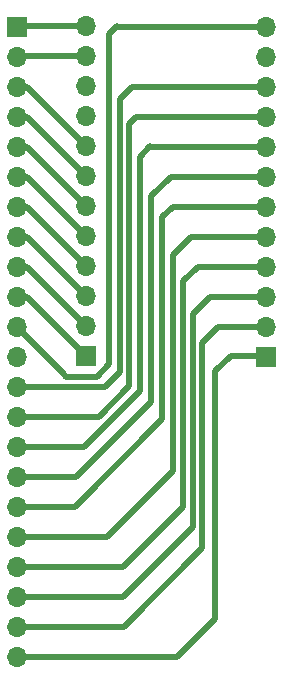
<source format=gbr>
%TF.GenerationSoftware,KiCad,Pcbnew,8.0.6*%
%TF.CreationDate,2024-11-07T13:50:09-03:00*%
%TF.ProjectId,fritzen-pro-micro,66726974-7a65-46e2-9d70-726f2d6d6963,rev?*%
%TF.SameCoordinates,Original*%
%TF.FileFunction,Copper,L1,Top*%
%TF.FilePolarity,Positive*%
%FSLAX46Y46*%
G04 Gerber Fmt 4.6, Leading zero omitted, Abs format (unit mm)*
G04 Created by KiCad (PCBNEW 8.0.6) date 2024-11-07 13:50:09*
%MOMM*%
%LPD*%
G01*
G04 APERTURE LIST*
%TA.AperFunction,ComponentPad*%
%ADD10R,1.700000X1.700000*%
%TD*%
%TA.AperFunction,ComponentPad*%
%ADD11O,1.700000X1.700000*%
%TD*%
%TA.AperFunction,Conductor*%
%ADD12C,0.500000*%
%TD*%
G04 APERTURE END LIST*
D10*
%TO.P,J1,1,Pin_1*%
%TO.N,D9-A8*%
X55800000Y-62160000D03*
D11*
%TO.P,J1,2,Pin_2*%
%TO.N,D8*%
X55800000Y-59620000D03*
%TO.P,J1,3,Pin_3*%
%TO.N,D7*%
X55800000Y-57080000D03*
%TO.P,J1,4,Pin_4*%
%TO.N,D6-A7*%
X55800000Y-54540000D03*
%TO.P,J1,5,Pin_5*%
%TO.N,D5*%
X55800000Y-52000000D03*
%TO.P,J1,6,Pin_6*%
%TO.N,D4-A6*%
X55800000Y-49460000D03*
%TO.P,J1,7,Pin_7*%
%TO.N,D3*%
X55800000Y-46920000D03*
%TO.P,J1,8,Pin_8*%
%TO.N,D2*%
X55800000Y-44380000D03*
%TO.P,J1,9,Pin_9*%
%TO.N,GND*%
X55800000Y-41840000D03*
%TO.P,J1,10,Pin_10*%
X55800000Y-39300000D03*
%TO.P,J1,11,Pin_11*%
%TO.N,D0-RXI*%
X55800000Y-36760000D03*
%TO.P,J1,12,Pin_12*%
%TO.N,D1-TXO*%
X55800000Y-34220000D03*
%TD*%
D10*
%TO.P,J2,1,Pin_1*%
%TO.N,D10*%
X71000000Y-62200000D03*
D11*
%TO.P,J2,2,Pin_2*%
%TO.N,D16-MOSI*%
X71000000Y-59660000D03*
%TO.P,J2,3,Pin_3*%
%TO.N,D14-MISO*%
X71000000Y-57120000D03*
%TO.P,J2,4,Pin_4*%
%TO.N,D15-SCK*%
X71000000Y-54580000D03*
%TO.P,J2,5,Pin_5*%
%TO.N,A0*%
X71000000Y-52040000D03*
%TO.P,J2,6,Pin_6*%
%TO.N,A1*%
X71000000Y-49500000D03*
%TO.P,J2,7,Pin_7*%
%TO.N,A2*%
X71000000Y-46960000D03*
%TO.P,J2,8,Pin_8*%
%TO.N,A3*%
X71000000Y-44420000D03*
%TO.P,J2,9,Pin_9*%
%TO.N,5V*%
X71000000Y-41880000D03*
%TO.P,J2,10,Pin_10*%
%TO.N,RESET*%
X71000000Y-39340000D03*
%TO.P,J2,11,Pin_11*%
%TO.N,GND*%
X71000000Y-36800000D03*
%TO.P,J2,12,Pin_12*%
%TO.N,VIN*%
X71000000Y-34260000D03*
%TD*%
D10*
%TO.P,J3,1,Pin_1*%
%TO.N,D1-TXO*%
X49900000Y-34260000D03*
D11*
%TO.P,J3,2,Pin_2*%
%TO.N,D0-RXI*%
X49900000Y-36800000D03*
%TO.P,J3,3,Pin_3*%
%TO.N,D2*%
X49900000Y-39340000D03*
%TO.P,J3,4,Pin_4*%
%TO.N,D3*%
X49900000Y-41880000D03*
%TO.P,J3,5,Pin_5*%
%TO.N,D4-A6*%
X49900000Y-44420000D03*
%TO.P,J3,6,Pin_6*%
%TO.N,D5*%
X49900000Y-46960000D03*
%TO.P,J3,7,Pin_7*%
%TO.N,D6-A7*%
X49900000Y-49500000D03*
%TO.P,J3,8,Pin_8*%
%TO.N,D7*%
X49900000Y-52040000D03*
%TO.P,J3,9,Pin_9*%
%TO.N,D8*%
X49900000Y-54580000D03*
%TO.P,J3,10,Pin_10*%
%TO.N,D9-A8*%
X49900000Y-57120000D03*
%TO.P,J3,11,Pin_11*%
%TO.N,VIN*%
X49900000Y-59660000D03*
%TO.P,J3,12,Pin_12*%
%TO.N,GND*%
X49900000Y-62200000D03*
%TO.P,J3,13,Pin_13*%
%TO.N,RESET*%
X49900000Y-64740000D03*
%TO.P,J3,14,Pin_14*%
%TO.N,5V*%
X49900000Y-67280000D03*
%TO.P,J3,15,Pin_15*%
%TO.N,A3*%
X49900000Y-69820000D03*
%TO.P,J3,16,Pin_16*%
%TO.N,A2*%
X49900000Y-72360000D03*
%TO.P,J3,17,Pin_17*%
%TO.N,A1*%
X49900000Y-74900000D03*
%TO.P,J3,18,Pin_18*%
%TO.N,A0*%
X49900000Y-77440000D03*
%TO.P,J3,19,Pin_19*%
%TO.N,D15-SCK*%
X49900000Y-79980000D03*
%TO.P,J3,20,Pin_20*%
%TO.N,D14-MISO*%
X49900000Y-82520000D03*
%TO.P,J3,21,Pin_21*%
%TO.N,D16-MOSI*%
X49900000Y-85060000D03*
%TO.P,J3,22,Pin_22*%
%TO.N,D10*%
X49900000Y-87600000D03*
%TD*%
D12*
%TO.N,D6-A7*%
X50760000Y-49500000D02*
X49900000Y-49500000D01*
X55800000Y-54540000D02*
X50760000Y-49500000D01*
%TO.N,D9-A8*%
X50760000Y-57120000D02*
X49900000Y-57120000D01*
X55800000Y-62160000D02*
X50760000Y-57120000D01*
%TO.N,D1-TXO*%
X49940000Y-34220000D02*
X49900000Y-34260000D01*
X55800000Y-34220000D02*
X49940000Y-34220000D01*
%TO.N,D4-A6*%
X55800000Y-49460000D02*
X50760000Y-44420000D01*
X50760000Y-44420000D02*
X49900000Y-44420000D01*
%TO.N,D2*%
X55800000Y-44380000D02*
X50760000Y-39340000D01*
X50760000Y-39340000D02*
X49900000Y-39340000D01*
%TO.N,D0-RXI*%
X49940000Y-36760000D02*
X49900000Y-36800000D01*
X55800000Y-36760000D02*
X49940000Y-36760000D01*
%TO.N,D8*%
X55800000Y-59620000D02*
X50760000Y-54580000D01*
X50760000Y-54580000D02*
X49900000Y-54580000D01*
%TO.N,D5*%
X50760000Y-46960000D02*
X49900000Y-46960000D01*
X55800000Y-52000000D02*
X50760000Y-46960000D01*
%TO.N,D3*%
X55800000Y-46920000D02*
X50760000Y-41880000D01*
X50760000Y-41880000D02*
X49900000Y-41880000D01*
%TO.N,D7*%
X55800000Y-57080000D02*
X50760000Y-52040000D01*
X50760000Y-52040000D02*
X49900000Y-52040000D01*
%TO.N,A3*%
X60300000Y-65100000D02*
X55580000Y-69820000D01*
X60300000Y-45300000D02*
X60300000Y-65100000D01*
X55580000Y-69820000D02*
X49900000Y-69820000D01*
X61220000Y-44420000D02*
X61200000Y-44400000D01*
X61200000Y-44400000D02*
X60300000Y-45300000D01*
X71000000Y-44420000D02*
X61220000Y-44420000D01*
%TO.N,D15-SCK*%
X71000000Y-54580000D02*
X65220000Y-54580000D01*
X58920000Y-79980000D02*
X49900000Y-79980000D01*
X65220000Y-54580000D02*
X64000000Y-55800000D01*
X64000000Y-74900000D02*
X58920000Y-79980000D01*
X64000000Y-55800000D02*
X64000000Y-74900000D01*
%TO.N,D16-MOSI*%
X66940000Y-59660000D02*
X65600000Y-61000000D01*
X58940000Y-85060000D02*
X49900000Y-85060000D01*
X65600000Y-61000000D02*
X65600000Y-78400000D01*
X65600000Y-78400000D02*
X58940000Y-85060000D01*
X71000000Y-59660000D02*
X66940000Y-59660000D01*
%TO.N,A0*%
X71000000Y-52040000D02*
X64660000Y-52040000D01*
X63100000Y-71900000D02*
X57560000Y-77440000D01*
X64660000Y-52040000D02*
X63100000Y-53600000D01*
X57560000Y-77440000D02*
X49900000Y-77440000D01*
X63100000Y-53600000D02*
X63100000Y-71900000D01*
%TO.N,A1*%
X54800000Y-74900000D02*
X49900000Y-74900000D01*
X62200000Y-67500000D02*
X54800000Y-74900000D01*
X63100000Y-49500000D02*
X62200000Y-50400000D01*
X62200000Y-50400000D02*
X62200000Y-67500000D01*
X71000000Y-49500000D02*
X63100000Y-49500000D01*
%TO.N,A2*%
X61300000Y-66000000D02*
X54940000Y-72360000D01*
X54940000Y-72360000D02*
X49900000Y-72360000D01*
X62940000Y-46960000D02*
X61300000Y-48600000D01*
X61300000Y-48600000D02*
X61300000Y-66000000D01*
X71000000Y-46960000D02*
X62940000Y-46960000D01*
%TO.N,5V*%
X56820000Y-67280000D02*
X49900000Y-67280000D01*
X60020000Y-41880000D02*
X59400000Y-42500000D01*
X59400000Y-42500000D02*
X59400000Y-64700000D01*
X59400000Y-64700000D02*
X56820000Y-67280000D01*
X71000000Y-41880000D02*
X60020000Y-41880000D01*
%TO.N,RESET*%
X71000000Y-39340000D02*
X59660000Y-39340000D01*
X57360000Y-64740000D02*
X49900000Y-64740000D01*
X58600000Y-63500000D02*
X57360000Y-64740000D01*
X58600000Y-40400000D02*
X58600000Y-63500000D01*
X59660000Y-39340000D02*
X58600000Y-40400000D01*
%TO.N,D14-MISO*%
X64800000Y-58600000D02*
X64800000Y-76600000D01*
X58880000Y-82520000D02*
X49900000Y-82520000D01*
X66280000Y-57120000D02*
X64800000Y-58600000D01*
X64800000Y-76600000D02*
X58880000Y-82520000D01*
X71000000Y-57120000D02*
X66280000Y-57120000D01*
%TO.N,D10*%
X70900000Y-62100000D02*
X68000000Y-62100000D01*
X68000000Y-62100000D02*
X66700000Y-63400000D01*
X66700000Y-63400000D02*
X66700000Y-84400000D01*
X71000000Y-62200000D02*
X70900000Y-62100000D01*
X63500000Y-87600000D02*
X49900000Y-87600000D01*
X66700000Y-84400000D02*
X63500000Y-87600000D01*
%TO.N,VIN*%
X54100000Y-63900000D02*
X53800000Y-63600000D01*
X53800000Y-63600000D02*
X53800000Y-63560000D01*
X53800000Y-63560000D02*
X49900000Y-59660000D01*
X56660000Y-63900000D02*
X54100000Y-63900000D01*
X58400000Y-34200000D02*
X57700000Y-34900000D01*
X58460000Y-34260000D02*
X58400000Y-34200000D01*
X57700000Y-34900000D02*
X57700000Y-62860000D01*
X71000000Y-34260000D02*
X58460000Y-34260000D01*
X57700000Y-62860000D02*
X56660000Y-63900000D01*
%TD*%
M02*

</source>
